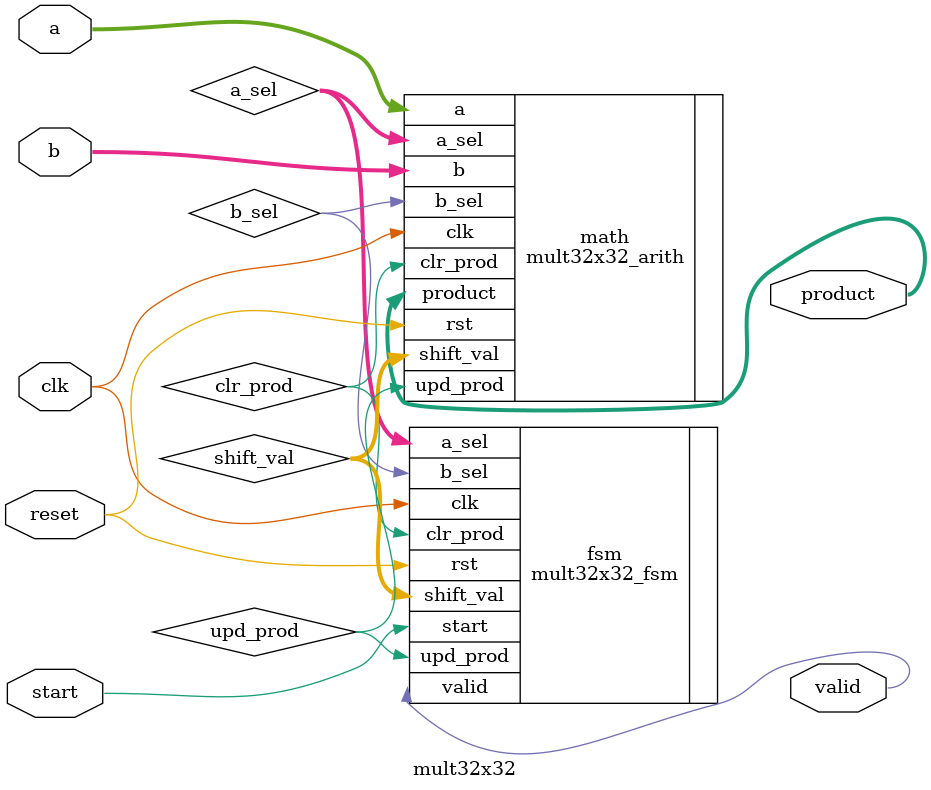
<source format=v>
module mult32x32 (
    input wire [31:0] a,        // Input a
    input wire [31:0] b,        // Input b
    input wire start,           // Start signal
    output wire [63:0] product, // Miltiplication product
    output wire valid,          // Product valid indication

    input wire clk,             // Clock
    input wire reset            // Reset
);

// Put your code here
// ------------------

// internal variables
wire [5:0] shift_val; 
wire upd_prod;
wire clr_prod;
wire [1:0] a_sel;
wire  b_sel;

mult32x32_arith math(.product(product),.a(a),.b(b),.a_sel(a_sel),.b_sel(b_sel),.shift_val(shift_val),.upd_prod(upd_prod),.clr_prod(clr_prod),.clk(clk),.rst(reset));
mult32x32_fsm fsm(.valid(valid),.a_sel(a_sel),.b_sel(b_sel),.shift_val(shift_val),.upd_prod(upd_prod),.clr_prod(clr_prod),.start(start),.clk(clk),.rst(reset));


// End of your code

endmodule

</source>
